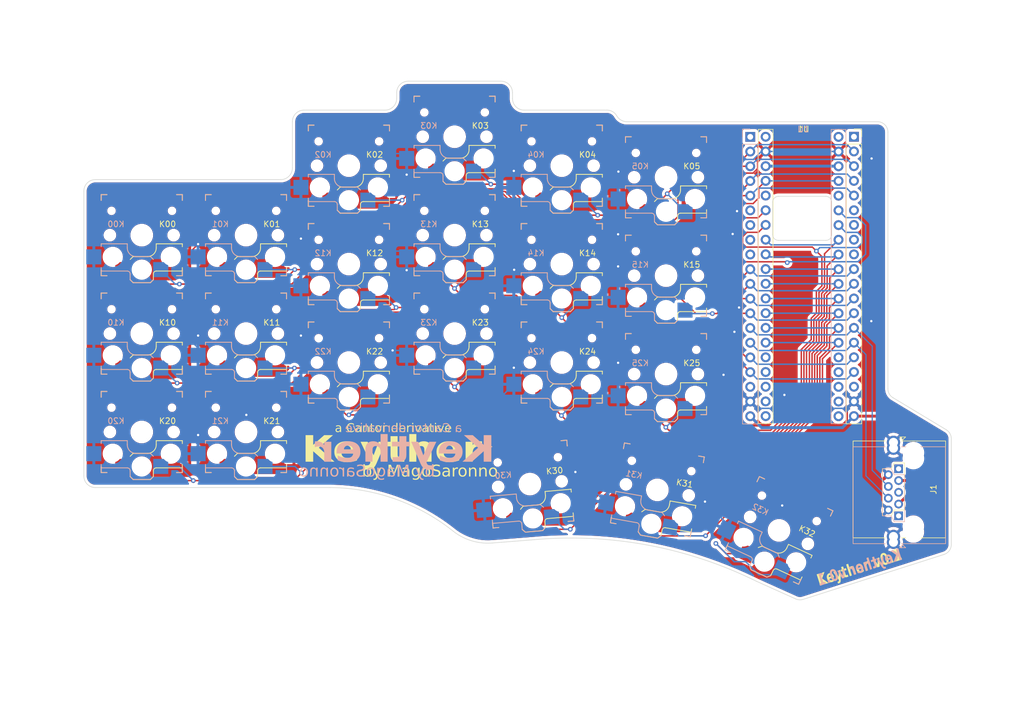
<source format=kicad_pcb>
(kicad_pcb (version 20241229) (generator "pcbnew") (generator_version "9.0")
  (title_block (rev "rev1.0"))
  (layers (0 "F.Cu" signal) (2 "B.Cu" signal) (13 "F.Paste" user) (15 "B.Paste" user) (5 "F.SilkS" user "F.Silkscreen") (7 "B.SilkS" user "B.Silkscreen") (1 "F.Mask" user) (3 "B.Mask" user) (25 "Edge.Cuts" user))
  (net 0 "")
  (net 1 "+3V3")
  (net 2 "GND")
  (net 3 "/TX")
  (net 4 "/RX")
  (net 5 "/k00")
  (net 6 "/k01")
  (net 7 "/k02")
  (net 8 "/k03")
  (net 9 "/k04")
  (net 10 "/k05")
  (net 11 "/k10")
  (net 12 "/k11")
  (net 13 "/k12")
  (net 14 "/k13")
  (net 15 "/k14")
  (net 16 "/k15")
  (net 17 "/k20")
  (net 18 "/k21")
  (net 19 "/k22")
  (net 20 "/k23")
  (net 21 "/k24")
  (net 22 "/k25")
  (net 23 "/k30")
  (net 24 "/k31")
  (net 25 "/k32")
  (footprint "keyswitches:Kailh_socket_PG1350_reversible" (layer "F.Cu") (at 164.5 94)
    (property "Reference" "K25")
    (property "Value" "KEYSW")
  )
  (footprint "keyswitches:Kailh_socket_PG1350_reversible" (layer "F.Cu") (at 146.5 92)
    (property "Reference" "K24")
    (property "Value" "KEYSW")
  )
  (footprint "keyswitches:Kailh_socket_PG1350_reversible" (layer "F.Cu") (at 92 104)
    (property "Reference" "K21")
    (property "Value" "KEYSW")
  )
  (footprint "keyswitches:Kailh_socket_PG1350_reversible" (layer "F.Cu") (at 109.75 58)
    (property "Reference" "K02")
    (property "Value" "KEYSW")
  )
  (footprint "keyswitches:Kailh_socket_PG1350_reversible" (layer "F.Cu") (at 74 87)
    (property "Reference" "K10")
    (property "Value" "KEYSW")
  )
  (footprint "keyswitches:Kailh_socket_PG1350_reversible" (layer "F.Cu") (at 146.5 58)
    (property "Reference" "K04")
    (property "Value" "KEYSW")
  )
  (footprint "keyswitches:Kailh_socket_PG1350_reversible" (layer "F.Cu") (at 109.75 75)
    (property "Reference" "K12")
    (property "Value" "KEYSW")
  )
  (footprint "keyswitches:Kailh_socket_PG1350_reversible" (layer "F.Cu") (at 141 113 5)
    (property "Reference" "K30")
    (property "Value" "KEYSW")
  )
  (footprint "keyswitches:Kailh_socket_PG1350_reversible" (layer "F.Cu") (at 92 70)
    (property "Reference" "K01")
    (property "Value" "KEYSW")
  )
  (footprint "keyswitches:Kailh_socket_PG1350_reversible" (layer "F.Cu") (at 146.5 75)
    (property "Reference" "K14")
    (property "Value" "KEYSW")
  )
  (footprint "keyswitches:Kailh_socket_PG1350_reversible" (layer "F.Cu") (at 128 87)
    (property "Reference" "K23")
    (property "Value" "KEYSW")
  )
  (footprint "keyswitches:Kailh_socket_PG1350_reversible" (layer "F.Cu") (at 128 53)
    (property "Reference" "K03")
    (property "Value" "KEYSW")
  )
  (footprint "keyswitches:Kailh_socket_PG1350_reversible" (layer "F.Cu") (at 109.75 92)
    (property "Reference" "K22")
    (property "Value" "KEYSW")
  )
  (footprint "Connector_RJ:RJ45_Amphenol_RJHSE5380" (layer "F.Cu") (at 204.6478 110.359001 -90)
    (property "Reference" "J1")
    (property "Value" "RJ45")
  )
  (footprint "keyswitches:Kailh_socket_PG1350_reversible" (layer "F.Cu") (at 164.5 77)
    (property "Reference" "K15")
    (property "Value" "KEYSW")
  )
  (footprint "keyswitches:Kailh_socket_PG1350_reversible" (layer "F.Cu") (at 184 121 -25)
    (property "Reference" "K32")
    (property "Value" "KEYSW")
  )
  (footprint "keyswitches:Kailh_socket_PG1350_reversible" (layer "F.Cu") (at 92 87)
    (property "Reference" "K11")
    (property "Value" "KEYSW")
  )
  (footprint "Footprints:YAAJ_WeAct_BlackPill_2" (layer "F.Cu") (at 179.155 53)
    (property "Reference" "U1")
    (property "Value" "YAAJ_WeAct_BlackPill_Part_Like" (hide yes))
  )
  (footprint "keyswitches:Kailh_socket_PG1350_reversible" (layer "F.Cu") (at 164.5 60)
    (property "Reference" "K05")
    (property "Value" "KEYSW")
  )
  (footprint "keyswitches:Kailh_socket_PG1350_reversible" (layer "F.Cu") (at 74 104)
    (property "Reference" "K20")
    (property "Value" "KEYSW")
  )
  (footprint "keyswitches:Kailh_socket_PG1350_reversible" (layer "F.Cu") (at 128 70)
    (property "Reference" "K13")
    (property "Value" "KEYSW")
  )
  (footprint "keyswitches:Kailh_socket_PG1350_reversible" (layer "F.Cu") (at 74 70)
    (property "Reference" "K00")
    (property "Value" "KEYSW")
  )
  (footprint "keyswitches:Kailh_socket_PG1350_reversible" (layer "F.Cu") (at 163 114 -10)
    (property "Reference" "K31")
    (property "Value" "KEYSW")
  )
  (gr_line (start 182.9 69.9) (end 182.9 64.3) (stroke (width 0.1)) (layer "Edge.Cuts"))
  (gr_arc (start 201 50.4) (mid 202.272792 50.927208) (end 202.8 52.2) (stroke (width 0.1)) (layer "Edge.Cuts"))
  (gr_arc (start 188.171181 132.911255) (mid 187.521093 132.993905) (end 186.884499 132.838364) (stroke (width 0.1)) (layer "Edge.Cuts"))
  (gr_arc (start 100 50.4) (mid 100.585786 48.985786) (end 102 48.4) (stroke (width 0.1)) (layer "Edge.Cuts"))
  (gr_arc (start 213.741 123.434982) (mid 213.394454 124.496839) (end 212.488245 125.149848) (stroke (width 0.1)) (layer "Edge.Cuts"))
  (gr_line (start 66 113.6) (end 106.5 113.6) (stroke (width 0.1)) (layer "Edge.Cuts"))
  (gr_line (start 188.171181 132.911255) (end 212.488245 125.149848) (stroke (width 0.1)) (layer "Edge.Cuts"))
  (gr_arc (start 134.5 123.175) (mid 130.930967 122.788889) (end 127.75 121.125) (stroke (width 0.1)) (layer "Edge.Cuts"))
  (gr_arc (start 118 45.4) (mid 118.585786 43.985786) (end 120 43.4) (stroke (width 0.1)) (layer "Edge.Cuts"))
  (gr_curve (pts (xy 214.6 124.2) (xy 214.6 124.2) (xy 214.6 124.2) (xy 214.6 124.2)) (stroke (width 0.05)) (layer "Edge.Cuts"))
  (gr_line (start 192.1 70.9) (end 183.9 70.9) (stroke (width 0.1)) (layer "Edge.Cuts"))
  (gr_line (start 201 50.4) (end 157.750002 50.399998) (stroke (width 0.1)) (layer "Edge.Cuts"))
  (gr_arc (start 182.9 64.3) (mid 183.192893 63.592893) (end 183.9 63.3) (stroke (width 0.1)) (layer "Edge.Cuts"))
  (gr_line (start 118 45.4) (end 118 46.4) (stroke (width 0.1)) (layer "Edge.Cuts"))
  (gr_line (start 212.869572 103.6152) (end 203.672393 98.076386) (stroke (width 0.1)) (layer "Edge.Cuts"))
  (gr_line (start 138 46.4) (end 138 45.4) (stroke (width 0.1)) (layer "Edge.Cuts"))
  (gr_arc (start 193.1 69.9) (mid 192.807107 70.607107) (end 192.1 70.9) (stroke (width 0.1)) (layer "Edge.Cuts"))
  (gr_line (start 213.741 123.434982) (end 213.741 105.157252) (stroke (width 0.1)) (layer "Edge.Cuts"))
  (gr_line (start 193.092893 64.3) (end 193.1 69.9) (stroke (width 0.1)) (layer "Edge.Cuts"))
  (gr_line (start 100 50.4) (end 100 58.4) (stroke (width 0.1)) (layer "Edge.Cuts"))
  (gr_arc (start 212.869572 103.6152) (mid 213.50809 104.271626) (end 213.741 105.157252) (stroke (width 0.1)) (layer "Edge.Cuts"))
  (gr_line (start 98 60.4) (end 66 60.4) (stroke (width 0.1)) (layer "Edge.Cuts"))
  (gr_arc (start 136 43.4) (mid 137.414214 43.985786) (end 138 45.4) (stroke (width 0.1)) (layer "Edge.Cuts"))
  (gr_arc (start 118 46.4) (mid 117.414214 47.814214) (end 116 48.4) (stroke (width 0.1)) (layer "Edge.Cuts"))
  (gr_arc (start 66 113.6) (mid 64.585786 113.014214) (end 64 111.6) (stroke (width 0.1)) (layer "Edge.Cuts"))
  (gr_line (start 141.8 122.600001) (end 134.5 123.175) (stroke (width 0.1)) (layer "Edge.Cuts"))
  (gr_line (start 180.129399 129.8) (end 186.884499 132.838364) (stroke (width 0.1)) (layer "Edge.Cuts"))
  (gr_arc (start 140 48.4) (mid 138.585786 47.814214) (end 138 46.4) (stroke (width 0.1)) (layer "Edge.Cuts"))
  (gr_arc (start 157.750002 50.399998) (mid 156.742216 50.132373) (end 156 49.4) (stroke (width 0.1)) (layer "Edge.Cuts"))
  (gr_line (start 64 62.4) (end 64 111.6) (stroke (width 0.1)) (layer "Edge.Cuts"))
  (gr_curve (pts (xy 190 133) (xy 190 133) (xy 190 133) (xy 190 133)) (stroke (width 0.05)) (layer "Edge.Cuts"))
  (gr_arc (start 192.092893 63.3) (mid 192.8 63.592893) (end 193.092893 64.3) (stroke (width 0.1)) (layer "Edge.Cuts"))
  (gr_arc (start 183.9 70.9) (mid 183.192893 70.607107) (end 182.9 69.9) (stroke (width 0.1)) (layer "Edge.Cuts"))
  (gr_arc (start 203.672393 98.076386) (mid 203.033222 97.419862) (end 202.8 96.533753) (stroke (width 0.1)) (layer "Edge.Cuts"))
  (gr_line (start 136 43.4) (end 120 43.4) (stroke (width 0.1)) (layer "Edge.Cuts"))
  (gr_arc (start 64 62.4) (mid 64.585786 60.985786) (end 66 60.4) (stroke (width 0.1)) (layer "Edge.Cuts"))
  (gr_arc (start 106.5 113.600001) (mid 117.756229 115.57996) (end 127.75 121.125) (stroke (width 0.1)) (layer "Edge.Cuts"))
  (gr_line (start 183.9 63.3) (end 192.092893 63.3) (stroke (width 0.1)) (layer "Edge.Cuts"))
  (gr_line (start 116 48.4) (end 102 48.4) (stroke (width 0.1)) (layer "Edge.Cuts"))
  (gr_arc (start 154.3 48.4) (mid 155.286154 48.668538) (end 156 49.4) (stroke (width 0.1)) (layer "Edge.Cuts"))
  (gr_line (start 202.8 96.533753) (end 202.8 52.2) (stroke (width 0.1)) (layer "Edge.Cuts"))
  (gr_arc (start 100 58.4) (mid 99.414214 59.814214) (end 98 60.4) (stroke (width 0.1)) (layer "Edge.Cuts"))
  (gr_line (start 154.3 48.4) (end 140 48.4) (stroke (width 0.1)) (layer "Edge.Cuts"))
  (gr_arc (start 141.8 122.600001) (mid 161.459797 123.564333) (end 180.129399 129.8) (stroke (width 0.1)) (layer "Edge.Cuts"))
  (gr_text "Keyther v0.1" (at 197.9 127.5 17.7) (layer "F.SilkS") (effects (font (size 2 1.5) (thickness 0.3) (bold yes))))
  (gr_text "by MagoSaronno" (at 112 112.03 0) (layer "F.SilkS") (effects (font (size 2 2) (thickness 0.15) (italic yes)) (justify left bottom)))
  (gr_text "Keyther" (at 117.2 109.9 0) (layer "F.SilkS") (effects (font (size 4.5 5) (thickness 0.3) (bold yes) (italic yes)) (justify bottom)))
  (gr_text "U1" (at 188.214 51.689 -0) (layer "F.SilkS") (effects (font (size 1 1)) (justify mirror)))
  (gr_text "a Cantor derivative" (at 107.32 104.27 0) (layer "F.SilkS") (effects (font (size 1.5 1.5) (thickness 0.15) (italic yes)) (justify left bottom)))
  (gr_text "Keyther v0.1" (at 197.9 127.5 17.7) (layer "B.SilkS") (effects (font (size 2 1.5) (thickness 0.3) (bold yes)) (justify mirror)))
  (gr_text "a Cantor derivative" (at 129.3 104.27 -0) (layer "B.SilkS") (effects (font (size 1.5 1.5) (thickness 0.15) (italic yes)) (justify left bottom mirror)))
  (gr_text "Keyther" (at 119.42 109.9 -0) (layer "B.SilkS") (effects (font (size 4.5 5) (thickness 0.3) (bold yes) (italic yes)) (justify bottom mirror)))
  (gr_text "by MagoSaronno" (at 124.62 112.03 -0) (layer "B.SilkS") (effects (font (size 2 2) (thickness 0.15) (italic yes)) (justify left bottom mirror)))
  (segment (start 208.711801 112.391) (end 204.647801 112.391) (width 0.5) (layer "F.Cu") (net 1))
  (segment (start 196.935 101.26) (end 204.5 101.26) (width 0.5) (layer "F.Cu") (net 1))
  (segment (start 209.6 111.502801) (end 209.3138 111.789001) (width 0.5) (layer "F.Cu") (net 1))
  (segment (start 204.5 101.26) (end 209.6 106.36) (width 0.5) (layer "F.Cu") (net 1))
  (segment (start 209.6 106.36) (end 209.6 111.502801) (width 0.5) (layer "F.Cu") (net 1))
  (segment (start 209.3138 111.789001) (end 204.647801 116.455) (width 0.5) (layer "F.Cu") (net 1))
  (segment (start 209.3138 111.789001) (end 208.711801 112.391) (width 0.5) (layer "F.Cu") (net 1))
  (segment (start 179.035 101.28) (end 181.005 103.25) (width 0.5) (layer "B.Cu") (net 1))
  (segment (start 181.005 103.25) (end 194.945 103.25) (width 0.5) (layer "B.Cu") (net 1))
  (segment (start 196.935 101.26) (end 194.945 103.25) (width 0.5) (layer "B.Cu") (net 1))
  (segment (start 181.695 58.08) (end 194.255 58.08) (width 0.5) (layer "B.Cu") (net 1))
  (segment (start 194.255 58.08) (end 194.275 58.1) (width 0.25) (layer "B.Cu") (net 1))
  (segment (start 172.775 77.475) (end 166.45 71.15) (width 0.25) (layer "F.Cu") (net 2))
  (segment (start 195.759 99.896) (end 196.935 98.72) (width 0.25) (layer "F.Cu") (net 2))
  (segment (start 154.775 95.75) (end 154.775 93.5) (width 0.25) (layer "F.Cu") (net 2))
  (segment (start 82.275 90.75) (end 82.275 88.8) (width 0.25) (layer "F.Cu") (net 2))
  (segment (start 136.275 90.75) (end 136.275 90.95) (width 0.25) (layer "F.Cu") (net 2))
  (segment (start 202.525 111.375) (end 202.8678 111.375) (width 0.2) (layer "F.Cu") (net 2))
  (segment (start 136.275 56.95) (end 138.225 58.9) (width 0.25) (layer "F.Cu") (net 2))
  (segment (start 172.775 80.75) (end 172.775 77.475) (width 0.25) (layer "F.Cu") (net 2))
  (segment (start 190.65 127.160698) (end 189.914878 127.89582) (width 0.25) (layer "F.Cu") (net 2))
  (segment (start 136.275 73.75) (end 136.275 73.975) (width 0.25) (layer "F.Cu") (net 2))
  (segment (start 100.275 90.75) (end 100.275 88.55) (width 0.25) (layer "F.Cu") (net 2))
  (segment (start 201.73 112.17) (end 202.525 111.375) (width 0.2) (layer "F.Cu") (net 2))
  (segment (start 177.249 59.276) (end 179.522116 59.276) (width 0.25) (layer "F.Cu") (net 2))
  (segment (start 100.275 88.55) (end 101.475 87.35) (width 0.25) (layer "F.Cu") (net 2))
  (segment (start 203.7578 106.797) (end 201.73 108.8248) (width 0.2) (layer "F.Cu") (net 2))
  (segment (start 82.275 73.75) (end 82.275 73) (width 0.25) (layer "F.Cu") (net 2))
  (segment (start 189.497 116.7) (end 195.769498 110.427501) (width 0.25) (layer "F.Cu") (net 2))
  (segment (start 172.775 63.75) (end 177.249 59.276) (width 0.25) (layer "F.Cu") (net 2))
  (segment (start 203.7578 105.789001) (end 203.7578 106.797) (width 0.2) (layer "F.Cu") (net 2))
  (segment (start 92.05 101.05) (end 96.75 101.05) (width 0.25) (layer "F.Cu") (net 2))
  (segment (start 157.525 71.15) (end 156.225 69.85) (width 0.25) (layer "F.Cu") (net 2))
  (segment (start 195.784 104.346001) (end 195.784 99.871) (width 0.2) (layer "F.Cu") (net 2))
  (segment (start 201.73 108.8248) (end 201.73 110.2372) (width 0.2) (layer "F.Cu") (net 2))
  (segment (start 172.775 97.75) (end 172.775 95.775) (width 0.25) (layer "F.Cu") (net 2))
  (segment (start 201.73 110.2372) (end 202.8678 111.375) (width 0.2) (layer "F.Cu") (net 2))
  (segment (start 96.75 101.05) (end 100.275 104.575) (width 0.25) (layer "F.Cu") (net 2))
  (segment (start 136.275 56.75) (end 136.275 56.95) (width 0.25) (layer "F.Cu") (net 2))
  (segment (start 136.275 90.95) (end 138.225 92.9) (width 0.25) (layer "F.Cu") (net 2))
  (segment (start 190.65 122.8) (end 190.65 127.160698) (width 0.25) (layer "F.Cu") (net 2))
  (segment (start 100.275 73.75) (end 100.275 71.8) (width 0.25) (layer "F.Cu") (net 2))
  (segment (start 202.812999 111.375) (end 195.784 104.346001) (width 0.2) (layer "F.Cu") (net 2))
  (segment (start 118.025 77.75) (end 119.725 76.05) (width 0.25) (layer "F.Cu") (net 2))
  (segment (start 154.775 61.75) (end 154.775 60.525) (width 0.25) (layer "F.Cu") (net 2))
  (segment (start 166.45 71.15) (end 157.525 71.15) (width 0.25) (layer "F.Cu") (net 2))
  (segment (start 202.8678 111.375) (end 202.812999 111.375) (width 0.2) (layer "F.Cu") (net 2))
  (segment (start 180.3 56.935) (end 181.695 55.54) (width 0.25) (layer "F.Cu") (net 2))
  (segment (start 202.631 117.471) (end 201.73 116.57) (width 0.2) (layer "F.Cu") (net 2))
  (segment (start 136.275 73.975) (end 138.28245 75.98245) (width 0.25) (layer "F.Cu") (net 2))
  (segment (start 202.8678 117.471) (end 202.631 117.471) (width 0.2) (layer "F.Cu") (net 2))
  (segment (start 170.498103 119.129968) (end 170.498103 116.751897) (width 0.25) (layer "F.Cu") (net 2))
  (segment (start 82.275 88.8) (end 83.725 87.35) (width 0.25) (layer "F.Cu") (net 2))
  (segment (start 100.275 71.8) (end 101.475 70.6) (width 0.25) (layer "F.Cu") (net 2))
  (segment (start 118.025 95.75) (end 118.025 90.6345) (width 0.25) (layer "F.Cu") (net 2))
  (segment (start 203.757801 123.057) (end 203.757801 122.049001) (width 0.2) (layer "F.Cu") (net 2))
  (segment (start 118.025 90.6345) (end 117.3 89.9095) (width 0.25) (layer "F.Cu") (net 2))
  (segment (start 170.498103 116.751897) (end 171.223238 116.026762) (width 0.25) (layer "F.Cu") (net 2))
  (segment (start 201.74 120.0312) (end 201.74 118.5988) (width 0.2) (layer "F.Cu") (net 2))
  (segment (start 154.775 76.85) (end 156.225 75.4) (width 0.25) (layer "F.Cu") (net 2))
  (segment (start 180.3 58.498116) (end 180.3 56.935) (width 0.25) (layer "F.Cu") (net 2))
  (segment (start 149.570345 111.629845) (end 148.85 110.9095) (width 0.25) (layer "F.Cu") (net 2))
  (segment (start 201.74 118.5988) (end 202.8678 117.471) (width 0.2) (layer "F.Cu") (net 2))
  (segment (start 184.55 116.7) (end 189.497 116.7) (width 0.25) (layer "F.Cu") (net 2))
  (segment (start 154.775 78.75) (end 154.775 76.85) (width 0.25) (layer "F.Cu") (net 2))
  (segment (start 195.784 99.871) (end 196.935 98.72) (width 0.2) (layer "F.Cu") (net 2))
  (segment (start 83.725 104.525) (end 83.725 106.3) (width 0.25) (layer "F.Cu") (net 2))
  (segment (start 172.775 95.775) (end 174.4225 94.1275) (width 0.25) (layer "F.Cu") (net 2))
  (segment (start 118.025 61.25) (end 119.725 59.55) (width 0.25) (layer "F.Cu") (net 2))
  (segment (start 184.55 116.7) (end 190.65 122.8) (width 0.25) (layer "F.Cu") (net 2))
  (segment (start 118.025 78.75) (end 118.025 77.75) (width 0.25) (layer "F.Cu") (net 2))
  (segment (start 118.025 61.75) (end 118.025 61.25) (width 0.25) (layer "F.Cu") (net 2))
  (segment (start 154.775 93.5) (end 156.225 92.05) (width 0.25) (layer "F.Cu") (net 2))
  (segment (start 82.275 73) (end 83.725 71.55) (width 0.25) (layer "F.Cu") (net 2))
  (segment (start 149.570345 116.014516) (end 149.570345 111.629845) (width 0.25) (layer "F.Cu") (net 2))
  (segment (start 100.275 104.575) (end 100.275 107.75) (width 0.25) (layer "F.Cu") (net 2))
  (segment (start 195.759 110.417001) (end 195.759 99.896) (width 0.25) (layer "F.Cu") (net 2))
  (segment (start 83.725 106.3) (end 82.275 107.75) (width 0.25) (layer "F.Cu") (net 2))
  (segment (start 154.775 60.525) (end 156.275 59.025) (width 0.25) (layer "F.Cu") (net 2))
  (segment (start 201.73 116.57) (end 201.73 112.17) (width 0.2) (layer "F.Cu") (net 2))
  (segment (start 203.757801 122.049001) (end 201.74 120.0312) (width 0.2) (layer "F.Cu") (net 2))
  (segment (start 179.522116 59.276) (end 180.3 58.498116) (width 0.25) (layer "F.Cu") (net 2))
  (via (at 174.4225 94.1275) (size 0.8) (drill 0.4) (layers "F.Cu" "B.Cu") (net 2))
  (via (at 138.28245 75.98245) (size 0.8) (drill 0.4) (layers "F.Cu" "B.Cu") (net 2))
  (via (at 138.225 92.9) (size 0.8) (drill 0.4) (layers "F.Cu" "B.Cu") (net 2))
  (via (at 138.225 58.9) (size 0.8) (drill 0.4) (layers "F.Cu" "B.Cu") (net 2))
  (via (at 83.725 87.35) (size 0.8) (drill 0.4) (layers "F.Cu" "B.Cu") (net 2))
  (via (at 176.75 65.85) (size 0.8) (drill 0.4) (layers "F.Cu" "B.Cu") (net 2))
  (via (at 119.725 59.55) (size 0.8) (drill 0.4) (layers "F.Cu" "B.Cu") (net 2))
  (via (at 176.3 86.7) (size 0.8) (drill 0.4) (layers "F.Cu" "B.Cu") (net 2))
  (via (at 101.475 87.35) (size 0.8) (drill 0.4) (layers "F.Cu" "B.Cu") (net 2))
  (via (at 156.225 69.85) (size 0.8) (drill 0.4) (layers "F.Cu" "B.Cu") (net 2))
  (via (at 199.98 56.76) (size 0.8) (drill 0.4) (layers "F.Cu" "B.Cu") (net 2))
  (via (at 184.55 116.7) (size 0.8) (drill 0.4) (layers "F.Cu" "B.Cu") (net 2))
  (via (at 171.223238 116.026762) (size 0.8) (drill 0.4) (layers "F.Cu" "B.Cu") (net 2))
  (via (at 92.05 101.05) (size 0.8) (drill 0.4) (layers "F.Cu" "B.Cu") (net 2))
  (via (at 83.725 71.55) (size 0.8) (drill 0.4) (layers "F.Cu" "B.Cu") (net 2))
  (via (at 117.3 89.9095) (size 0.8) (drill 0.4) (layers "F.Cu" "B.Cu") (net 2))
  (via (at 176 69.8) (size 0.8) (drill 0.4) (layers "F.Cu" "B.Cu") (net 2))
  (via (at 177.1 82.5) (size 0.8) (drill 0.4) (layers "F.Cu" "B.Cu") (net 2))
  (via (at 184.93 97.6) (size 0.8) (drill 0.4) (layers "F.Cu" "B.Cu") (net 2))
  (via (at 83.725 104.525) (size 0.8) (drill 0.4) (layers "F.Cu" "B.Cu") (net 2))
  (via (at 119.725 76.05) (size 0.8) (drill 0.4) (layers "F.Cu" "B.Cu") (net 2))
  (via (at 156.225 92.05) (size 0.8) (drill 0.4) (layers "F.Cu" "B.Cu") (net 2))
  (via (at 199.93 84.85) (size 0.8) (drill 0.4) (layers "F.Cu" "B.Cu") (net 2))
  (via (at 148.85 110.9095) (size 0.8) (drill 0.4) (layers "F.Cu" "B.Cu") (net 2))
  (via (at 101.475 70.6) (size 0.8) (drill 0.4) (layers "F.Cu" "B.Cu") (net 2))
  (via (at 156.275 59.025) (size 0.8) (drill 0.4) (layers "F.Cu" "B.Cu") (net 2))
  (via (at 156.225 75.4) (size 0.8) (drill 0.4) (layers "F.Cu" "B.Cu") (net 2))
  (segment (start 138.225 72.989901) (end 133.144599 67.9095) (width 0.25) (layer "B.Cu") (net 2))
  (segment (start 83.725 104.525) (end 83.725 107.75) (width 0.25) (layer "B.Cu") (net 2))
  (segment (start 101.475 59.039901) (end 104.605401 55.9095) (width 0.25) (layer "B.Cu") (net 2))
  (segment (start 138.225 61.75) (end 138.225 78.75) (width 0.25) (layer "B.Cu") (net 2))
  (segment (start 119.725 99.775) (end 114.95 104.55) (width 0.25) (layer "B.Cu") (net 2))
  (segment (start 156.225 77.489901) (end 151.644599 72.9095) (width 0.25) (layer "B.Cu") (net 2))
  (segment (start 194.255 55.54) (end 194.275 55.56) (width 0.25) (layer "B.Cu") (net 2))
  (segment (start 119.725 76.05) (end 119.725 90.75) (width 0.25) (layer "B.Cu") (net 2))
  (segment (start 158.376 56.924) (end 179.57319 56.924) (width 0.25) (layer "B.Cu") (net 2))
  (segment (start 101.475 61.75) (end 101.475 70.6) (width 0.25) (layer "B.Cu") (net 2))
  (segment (start 138.225 55.989901) (end 138.225 58.9) (width 0.25) (layer "B.Cu") (net 2))
  (segment (start 83.725 106.2) (end 83.725 107.75) (width 0.25) (layer "B.Cu") (net 2))
  (segment (start 83.725 70.675) (end 92.65 61.75) (width 0.25) (layer "B.Cu") (net 2))
  (segment (start 138.225 89.989901) (end 138.225 95.75) (width 0.25) (layer "B.Cu") (net 2))
  (segment (start 192.664511 99.914511) (end 195.740489 99.914511) (width 0.25) (layer "B.Cu") (net 2))
  (segment (start 92.65 61.75) (end 101.475 61.75) (width 0.25) (layer "B.Cu") (net 2))
  (segment (start 195.740489 99.914511) (end 196.935 98.72) (width 0.25) (layer "B.Cu") (net 2))
  (segment (start 156.225 97.75) (end 156.225 92.05) (width 0.25) (layer "B.Cu") (net 2))
  (segment (start 167.014512 110.760488) (end 167.014512 111.818035) (width 0.25) (layer "B.Cu") (net 2))
  (segment (start 141.355401 55.9095) (end 153.1595 55.9095) (width 0.25) (layer "B.Cu") (net 2))
  (segment (start 101.475 76.039901) (end 101.475 78.75) (width 0.25) (layer "B.Cu") (net 2))
  (segment (start 156.275 59.025) (end 158.376 56.924) (width 0.25) (layer "B.Cu") (net 2))
  (segment (start 132.39525 104.55475) (end 138.75 110.9095) (width 0.25) (layer "B.Cu") (net 2))
  (segment (start 132.39525 101.57975) (end 132.39525 104.55475) (width 0.25) (layer "B.Cu") (net 2))
  (segment (start 83.725 89.489901) (end 83.725 90.75) (width 0.25) (layer "B.Cu") (net 2))
  (segment (start 83.725 87.575) (end 92.55 78.75) (width 0.25) (layer "B.Cu") (net 2))
  (segment (start 133.083323 114.181864) (end 133.083323 117.456944) (width 0.25) (layer "B.Cu") (net 2))
  (segment (start 83.725 71.625) (end 79.65 67.55) (width 0.25) (layer "B.Cu") (net 2))
  (segment (start 156.225 94.489901) (end 156.225 97.75) (width 0.25) (layer "B.Cu") (net 2))
  (segment (start 104.764901 72.75) (end 101.475 76.039901) (width 0.25) (layer "B.Cu") (net 2))
  (segment (start 174.4225 94.1275) (end 179.035 98.74) (width 0.25) (layer "B.Cu") (net 2))
  (segment (start 156.225 75.4) (end 156.225 69.85) (width 0.25) (layer "B.Cu") (net 2))
  (segment (start 156.225 95.039901) (end 159.355401 91.9095) (width 0.25) (layer "B.Cu") (net 2))
  (segment (start 119.725 90.75) (end 119.725 99.775) (width 0.25) (layer "B.Cu") (net 2))
  (segment (start 159.355401 91.9095) (end 172.2045 91.9095) (width 0.25) (layer "B.Cu") (net 2))
  (segment (start 83.725 87.35) (end 83.725 90.75) (width 0.25) (layer "B.Cu") (net 2))
  (segment (start 138.225 58.9) (end 138.225 61.75) (width 0.25) (layer "B.Cu") (net 2))
  (segment (start 180.209511 99.914511) (end 192.664511 99.914511) (width 0.25) (layer "B.Cu") (net 2))
  (segment (start 96.75 101.05) (end 100.25 104.55) (width 0.25) (layer "B.Cu") (net 2))
  (segment (start 83.725 90.75) (end 83.725 87.575) (width 0.25) (layer "B.Cu") (net 2))
  (segment (start 65.725 70.375) (end 65.725 73.75) (width 0.25) (layer "B.Cu") (net 2))
  (segment (start 65.725 88.039901) (end 68.855401 84.9095) (width 0.25) (layer "B.Cu") (net 2))
  (segment (start 119.725 56.75) (end 119.725 59.55) (width 0.25) (layer "B.Cu") (net 2))
  (segment (start 65.725 90.75) (end 65.725 107.75) (width 0.25) (layer "B.Cu") (net 2))
  (segment (start 119.725 87.625) (end 122.4405 84.9095) (width 0.25) (layer "B.Cu") (net 2))
  (segment (start 138.225 95.75) (end 138.225 92.9) (width 0.25) (layer "B.Cu") (net 2))
  (segment (start 117.3 89.9095) (end 118.8845 89.9095) (width 0.25) (layer "B.Cu") (net 2))
  (segment (start 138.225 78.75) (end 138.225 72.989901) (width 0.25) (layer "B.Cu") (net 2))
  (segment (start 92.05 101.05) (end 92.05 96.714901) (width 0.25) (layer "B.Cu") (net 2))
  (segment (start 83.725 90.75) (end 83.725 104.525) (width 0.25) (layer "B.Cu") (net 2))
  (segment (start 118.725 72.75) (end 104.764901 72.75) (width 0.25) (layer "B.Cu") (net 2))
  (segment (start 101.475 87.35) (end 101.475 95.75) (width 0.25) (layer "B.Cu") (net 2))
  (segment (start 101.475 78.75) (end 101.475 87.35) (width 0.25) (layer "B.Cu") (net 2))
  (segment (start 167.014512 111.818035) (end 171.223238 116.026762) (width 0.25) (layer "B.Cu") (net 2))
  (segment (start 79.144599 84.9095) (end 83.725 89.489901) (width 0.25) (layer "B.Cu") (net 2))
  (segment (start 119.725 71.039901) (end 119.725 73.75) (width 0.25) (layer "B.Cu") (net 2))
  (segment (start 179.035 98.74) (end 167.014512 110.760488) (width 0.25) (layer "B.Cu") (net 2))
  (segment (start 154.199535 114.693858) (end 157.075358 111.818035) (width 0.25) (layer "B.Cu") (net 2))
  (segment (start 151.644599 89.9095) (end 156.225 94.489901) (width 0.25) (layer "B.Cu") (net 2))
  (segment (start 137.57025 109.72975) (end 137.535437 109.72975) (width 0.25) (layer "B.Cu") (net 2))
  (segment (start 118.8845 89.9095) (end 119.725 90.75) (width 0.25) (layer "B.Cu") (net 2))
  (segment (start 141.355401 72.9095) (end 138.28245 75.98245) (width 0.25) (layer "B.Cu") (net 2))
  (segment (start 138.225 95.75) (end 138.225 93.039901) (width 0.25) (layer "B.Cu") (net 2))
  (segment (start 156.225 80.75) (end 156.225 75.4) (width 0.25) (layer "B.Cu") (net 2))
  (segment (start 174.915485 119.883821) (end 174.915485 120.901488) (width 0.25) (layer "B.Cu") (net 2))
  (segment (start 133.144599 84.9095) (end 138.225 89.989901) (width 0.25) (layer "B.Cu") (net 2))
  (segment (start 172.2045 91.9095) (end 174.4225 94.1275) (width 0.25) (layer "B.Cu") (net 2))
  (segment (start 68.855401 84.9095) (end 79.144599 84.9095) (width 0.25) (layer "B.Cu") (net 2))
  (segment (start 181.695 55.54) (end 194.255 55.54) (width 0.25) (layer "B.Cu") (net 2))
  (segment (start 171.223238 116.026762) (end 174.915485 119.719008) (width 0.25) (layer "B.Cu") (net 2))
  (segment (start 119.725 59.55) (end 119.725 73.75) (width 0.25) (layer "B.Cu") (net 2))
  (segment (start 92.05 101.05) (end 87.2 101.05) (width 0.25) (layer "B.Cu") (net 2))
  (segment (start 133.144599 50.9095) (end 138.225 55.989901) (width 0.25) (layer "B.Cu") (net 2))
  (segment (start 79.4345 101.9095) (end 83.725 106.2) (width 0.25) (layer "B.Cu") (net 2))
  (segment (start 133.144599 67.9095) (end 122.855401 67.9095) (width 0.25) (layer "B.Cu") (net 2))
  (segment (start 92.55 78.75) (end 101.475 78.75) (width 0.25) (layer "B.Cu") (net 2))
  (segment (start 178.099306 116.7) (end 174.915485 119.883821) (width 0.25) (layer "B.Cu") (net 2))
  (segment (start 138.225 59.039901) (end 141.355401 55.9095) (width 0.25) (layer "B.Cu") (net 2))
  (segment (start 83.725 73.75) (end 83.725 71.55) (width 0.25) (layer "B.Cu") (net 2))
  (segment (start 138.75 110.9095) (end 137.57025 109.72975) (width 0.25) (layer "B.Cu") (net 2))
  (segment (start 138.225 76.039901) (end 138.225 78.75) (width 0.25) (layer "B.Cu") (net 2))
  (segment (start 68.855401 101.9095) (end 79.4345 101.9095) (width 0.25) (layer "B.Cu") (net 2))
  (segment (start 156.225 58.975) (end 156.225 63.75) (width 0.25) (layer "B.Cu") (net 2))
  (segment (start 148.852945 110.9095) (end 148.85 110.9095) (width 0.25) (layer "B.Cu") (net 2))
  (segment (start 83.725 73.75) (end 83.725 71.625) (width 0.25) (layer "B.Cu") (net 2))
  (segment (start 65.725 90.75) (end 65.725 88.039901) (width 0.25) (layer "B.Cu") (net 2))
  (segment (start 87.2 101.05) (end 83.725 104.525) (width 0.25) (layer "B.Cu") (net 2))
  (segment (start 93.014901 95.75) (end 101.475 95.75) (width 0.25) (layer "B.Cu") (net 2))
  (segment (start 180.95719 55.54) (end 181.695 55.54) (width 0.25) (layer "B.Cu") (net 2))
  (segment (start 157.075358 111.818035) (end 167.014512 111.818035) (width 0.25) (layer "B.Cu") (net 2))
  (segment (start 156.225 97.75) (end 156.225 95.039901) (width 0.25) (layer "B.Cu") (net 2))
  (segment (start 179.57319 56.924) (end 180.95719 55.54) (width 0.25) (layer "B.Cu") (net 2))
  (segment (start 156.225 69.85) (end 156.225 63.75) (width 0.25) (layer "B.Cu") (net 2))
  (segment (start 156.225 80.75) (end 156.225 77.489901) (width 0.25) (layer "B.Cu") (net 2))
  (segment (start 101.475 95.75) (end 101.475 93.039901) (width 0.25) (layer "B.Cu") (net 2))
  (segment (start 137.535437 109.72975) (end 133.083323 114.181864) (width 0.25) (layer "B.Cu") (net 2))
  (segment (start 148.85 110.9095) (end 138.75 110.9095) (width 0.25) (layer "B.Cu") (net 2))
  (segment (start 138.28245 75.98245) (end 138.225 76.039901) (width 0.25) (layer "B.Cu") (net 2))
  (segment (start 92.05 96.714901) (end 93.014901 95.75) (width 0.25) (layer "B.Cu") (net 2))
  (segment (start 118.8845 55.9095) (end 119.725 56.75) (width 0.25) (layer "B.Cu") (net 2))
  (segment (start 104.605401 55.9095) (end 118.8845 55.9095) (width 0.25) (layer "B.Cu") (net 2))
  (segment (start 154.199535 116.25609) (end 148.852945 110.9095) (width 0.25) (layer "B.Cu") (net 2))
  (segment (start 141.355401 89.9095) (end 151.644599 89.9095) (width 0.25) (layer "B.Cu") (net 2))
  (segment (start 153.1595 55.9095) (end 156.225 58.975) (width 0.25) (layer "B.Cu") (net 2))
  (segment (start 104.605401 89.9095) (end 117.3 89.9095) (width 0.25) (layer "B.Cu") (net 2))
  (segment (start 119.725 56.75) (end 119.725 54.039901) (width 0.25) (layer "B.Cu") (net 2))
  (segment (start 114.95 104.55) (end 132.3905 104.55) (width 0.25) (layer "B.Cu") (net 2))
  (segment (start 174.915485 119.719008) (end 174.915485 120.901488) (width 0.25) (layer "B.Cu") (net 2))
  (segment (start 119.725 73.75) (end 118.725 72.75) (width 0.25) (layer "B.Cu") (net 2))
  (segment (start 65.725 105.039901) (end 68.855401 101.9095) (width 0.25) (layer "B.Cu") (net 2))
  (segment (start 101.475 70.6) (end 101.475 78.75) (width 0.25) (layer "B.Cu") (net 2))
  (segment (start 122.855401 67.9095) (end 119.725 71.039901) (width 0.25) (layer "B.Cu") (net 2))
  (segment (start 122.4405 84.9095) (end 133.144599 84.9095) (width 0.25) (layer "B.Cu") (net 2))
  (segment (start 122.855401 50.9095) (end 133.144599 50.9095) (width 0.25) (layer "B.Cu") (net 2))
  (segment (start 151.644599 72.9095) (end 141.355401 72.9095) (width 0.25) (layer "B.Cu") (net 2))
  (segment (start 138.225 95.75) (end 132.39525 101.57975) (width 0.25) (layer "B.Cu") (net 2))
  (segment (start 65.725 107.75) (end 65.725 105.039901) (width 0.25) (layer "B.Cu") (net 2))
  (segment (start 184.55 116.7) (end 178.099306 116.7) (width 0.25) (layer "B.Cu") (net 2))
  (segment (start 138.225 61.75) (end 138.225 59.039901) (width 0.25) (layer "B.Cu") (net 2))
  (segment (start 156.225 103.5345) (end 148.85 110.9095) (width 0.25) (layer "B.Cu") (net 2))
  (segment (start 179.035 98.74) (end 180.209511 99.914511) (width 0.25) (layer "B.Cu") (net 2))
  (segment (start 156.225 97.75) (end 156.225 103.5345) (width 0.25) (layer "B.Cu") (net 2))
  (segment (start 65.725 73.75) (end 65.725 90.75) (width 0.25) (layer "B.Cu") (net 2))
  (segment (start 92.05 101.05) (end 96.75 101.05) (width 0.25) (layer "B.Cu") (net 2))
  (segment (start 101.475 93.039901) (end 104.605401 89.9095) (width 0.25) (layer "B.Cu") (net 2))
  (segment (start 138.225 92.9) (end 138.225 78.75) (width 0.25) (layer "B.Cu") (net 2))
  (segment (start 192.65 99.929022) (end 192.664511 99.914511) (width 0.25) (layer "B.Cu") (net 2))
  (segment (start 119.725 54.039901) (end 122.855401 50.9095) (width 0.25) (layer "B.Cu") (net 2))
  (segment (start 156.225 63.75) (end 156.225 59.075) (width 0.25) (layer "B.Cu") (net 2))
  (segment (start 138.225 93.039901) (end 141.355401 89.9095) (width 0.25) (layer "B.Cu") (net 2))
  (segment (start 101.475 61.75) (end 101.475 59.039901) (width 0.25) (layer "B.Cu") (net 2))
  (segment (start 154.199535 116.25609) (end 154.199535 114.693858) (width 0.25) (layer "B.Cu") (net 2))
  (segment (start 132.3905 104.55) (end 132.39525 104.55475) (width 0.25) (layer "B.Cu") (net 2))
  (segment (start 83.725 73.75) (end 83.725 87.35) (width 0.25) (layer "B.Cu") (net 2))
  (segment (start 79.65 67.55) (end 68.55 67.55) (width 0.25) (layer "B.Cu") (net 2))
  (segment (start 156.225 92.05) (end 156.225 80.75) (width 0.25) (layer "B.Cu") (net 2))
  (segment (start 83.725 71.55) (end 83.725 70.675) (width 0.25) (layer "B.Cu") (net 2))
  (segment (start 119.725 73.75) (end 119.725 76.05) (width 0.25) (layer "B.Cu") (net 2))
  (segment (start 68.55 67.55) (end 65.725 70.375) (width 0.25) (layer "B.Cu") (net 2))
  (segment (start 156.225 59.075) (end 156.275 59.025) (width 0.25) (layer "B.Cu") (net 2))
  (segment (start 119.725 90.75) (end 119.725 87.625) (width 0.25) (layer "B.Cu") (net 2))
  (segment (start 100.25 104.55) (end 114.95 104.55) (width 0.25) (layer "B.Cu") (net 2))
  (segment (start 193.786995 87.213005) (end 193.788501 87.214511) (width 0.25) (layer "B.Cu") (net 3))
  (segment (start 202.8678 113.407) (end 200.09 110.6292) (width 0.2) (layer "B.Cu") (net 3))
  (segment (start 200.09 89.175) (end 196.935 86.02) (width 0.2) (layer "B.Cu") (net 3))
  (segment (start 200.09 110.6292) (end 200.09 89.175) (width 0.2) (layer "B.Cu") (net 3))
  (segment (start 179.035 86.04) (end 180.208005 87.213005) (width 0.25) (layer "B.Cu") (net 3))
  (segment (start 195.740489 87.214511) (end 196.935 86.02) (width 0.25) (layer "B.Cu") (net 3))
  (segment (start 193.788501 87.214511) (end 195.740489 87.214511) (width 0.25) (layer "B.Cu") (net 3))
  (segment (start 180.208005 87.213005) (end 193.786995 87.213005) (width 0.25) (layer "B.Cu") (net 3))
  (segment (start 180.380489 89.925489) (end 195.569511 89.925489) (width 0.25) (layer "B.Cu") (net 4))
  (segment (start 179.035 88.58) (end 180.380489 89.925489) (width 0.25) (layer "B.Cu") (net 4))
  (segment (start 199.01 90.635) (end 196.935 88.56) (width 0.2) (layer "B.Cu") (net 4))
  (segment (start 195.569511 89.925489) (end 196.935 88.56) (width 0.25) (layer "B.Cu") (net 4))
  (segment (start 199.01 111.5812) (end 199.01 90.635) (width 0.2) (layer "B.Cu") (net 4))
  (segment (start 202.8678 115.439) (end 199.01 111.5812) (width 0.2) (layer "B.Cu") (net 4))
  (segment (start 99.9 78.45) (end 102.75 75.6) (width 0.25) (layer "F.Cu") (net 5))
  (segment (start 176.384072 74.6) (end 171.683112 69.89904) (width 0.25) (layer "F.Cu") (net 5))
  (segment (start 181.695 65.7) (end 180.395 67) (width 0.25) (layer "F.Cu") (net 5))
  (segment (start 106.186198 66.94952) (end 117.75048 66.94952) (width 0.25) (layer "F.Cu") (net 5))
  (segment (start 102.75 75.6) (end 102.75 70.385718) (width 0.25) (layer "F.Cu") (net 5))
  (segment (start 175.15 67) (end 172.25096 69.89904) (width 0.25) (layer "F.Cu") (net 5))
  (segment (start 121.80096 62.89904) (end 136.39904 62.89904) (width 0.25) (layer "F.Cu") (net 5))
  (segment (start 185.28 74.6) (end 176.384072 74.6) (width 0.25) (layer "F.Cu") (net 5))
  (segment (start 185.42 74.74) (end 185.28 74.6) (width 0.25) (layer "F.Cu") (net 5))
  (segment (start 136.39904 62.89904) (end 142.2 68.7) (width 0.25) (layer "F.Cu") (net 5))
  (segment (start 102.75 70.385718) (end 106.186198 66.94952) (width 0.25) (layer "F.Cu") (net 5))
  (segment (start 159.127604 69.89904) (end 171.683112 69.89904) (width 0.25) (layer "F.Cu") (net 5))
  (segment (start 142.2 68.7) (end 157.928564 68.7) (width 0.25) (layer "F.Cu") (net 5))
  (segment (start 172.25096 69.89904) (end 171.683112 69.89904) (width 0.25) (layer "F.Cu") (net 5))
  (segment (start 70.725 75.95) (end 73.225 78.45) (width 0.25) (layer "F.Cu") (net 5))
  (segment (start 117.75048 66.94952) (end 121.80096 62.89904) (width 0.25) (layer "F.Cu") (net 5))
  (segment (start 180.395 67) (end 175.15 67) (width 0.25) (layer "F.Cu") (net 5))
  (segment (start 80.5 78.45) (end 99.9 78.45) (width 0.25) (layer "F.Cu") (net 5))
  (segment (start 73.225 78.45) (end 80.5 78.45) (width 0.25) (layer "F.Cu") (net 5))
  (segment (start 157.928564 68.7) (end 159.127604 69.89904) (width 0.25) (layer "F.Cu") (net 5))
  (via (at 185.42 74.74) (size 0.8) (drill 0.4) (layers "F.Cu" "B.Cu") (net 5))
  (via (at 80.5 78.45) (size 0.8) (drill 0.4) (layers "F.Cu" "B.Cu") (net 5))
  (segment (start 197.63 74.59) (end 185.57 74.59) (width 0.25) (layer "B.Cu") (net 5))
  (segment (start 197.63 66.97) (end 198.95 68.29) (width 0.25) (layer "B.Cu") (net 5))
  (segment (start 194.275 65.72) (end 195.525 66.97) (width 0.25) (layer "B.Cu") (net 5))
  (segment (start 198.95 73.27) (end 197.63 74.59) (width 0.25) (layer "B.Cu") (net 5))
  (segment (start 77.275 75.95) (end 79.775 78.45) (width 0.25) (layer "B.Cu") (net 5))
  (segment (start 79.775 78.45) (end 80.5 78.45) (width 0.25) (layer "B.Cu") (net 5))
  (segment (start 198.95 68.29) (end 198.95 73.27) (width 0.25) (layer "B.Cu") (net 5))
  (segment (start 195.525 66.97) (end 197.63 66.97) (width 0.25) (layer "B.Cu") (net 5))
  (segment (start 185.57 74.59) (end 185.42 74.74) (width 0.25) (layer "B.Cu") (net 5))
  (segment (start 121.60048 62.44952) (end 136.69952 62.44952) (width 0.25) (layer "F.Cu") (net 6))
  (segment (start 159.313803 69.44952) (end 172.05048 69.44952) (width 0.25) (layer "F.Cu") (net 6))
  (segment (start 180.5 61.815) (end 181.695 60.62) (width 0.25) (layer "F.Cu") (net 6))
  (segment (start 102.3 70.2) (end 106 66.5) (width 0.25) (layer "F.Cu") (net 6))
  (segment (start 98.35 78) (end 90.775 78) (width 0.25) (layer "F.Cu") (net 6))
  (segment (start 180.5 63.566988) (end 180.5 61.815) (width 0.25) (layer "F.Cu") (net 6))
  (segment (start 136.69952 62.44952) (end 142.5 68.25) (width 0.25) (layer "F.Cu") (net 6))
  (segment (start 100.4 75.95) (end 101.75 75.95) (width 0.25) (layer "F.Cu") (net 6))
  (segment (start 100.4 75.95) (end 98.35 78) (width 0.25) (layer "F.Cu") (net 6))
  (segment (start 142.5 68.25) (end 158.114283 68.25) (width 0.25) (layer "F.Cu") (net 6))
  (segment (start 172.05048 69.44952) (end 176.954511 64.545489) (width 0.25) (layer "F.Cu") (net 6))
  (segment (start 101.75 75.95) (end 102.3 75.4) (width 0.25) (layer "F.Cu") (net 6))
  (segment (start 90.775 78) (end 88.725 75.95) (width 0.25) (layer "F.Cu") (net 6))
  (segment (start 176.954511 64.545489) (end 179.521499 64.545489) (width 0.25) (layer "F.Cu") (net 6))
  (segment (start 117.55 66.5) (end 121.60048 62.44952) (width 0.25) (layer "F.Cu") (net 6))
  (segment (start 158.114283 68.25) (end 159.313803 69.44952) (width 0.25) (layer "F.Cu") (net 6))
  (segment (start 106 66.5) (end 117.55 66.5) (width 0.25) (layer "F.Cu") (net 6))
  (segment (start 179.521499 64.545489) (end 180.5 63.566988) (width 0.25) (layer "F.Cu") (net 6))
  (segment (start 102.3 75.4) (end 102.3 70.2) (width 0.25) (layer "F.Cu") (net 6))
  (via (at 100.4 75.95) (size 0.8) (drill 0.4) (layers "F.Cu" "B.Cu") (net 6))
  (segment (start 194.255 60.62) (end 194.275 60.64) (width 0.25) (layer "B.Cu") (net 6))
  (segment (start 100.4 75.95) (end 95.275 75.95) (width 0.25) (layer "B.Cu") (net 6))
  (segment (start 181.695 60.62) (end 194.255 60.62) (width 0.25) (layer "B.Cu") (net 6))
  (segment (start 158.3 67.8) (end 159.5 69) (width 0.25) (layer "F.Cu") (net 7))
  (segment (start 108.574 66.049) (end 106.475 63.95) (width 0.25) (layer "F.Cu") (net 7))
  (segment (start 177.67 63.18) (end 179.035 63.18) (width 0.25) (layer "F.Cu") (net 7))
  (segment (start 116.851 66.049) (end 108.574 66.049) (width 0.25) (layer "F.Cu") (net 7))
  (segment (start 171.85 69) (end 177.67 63.18) (width 0.25) (layer "F.Cu") (net 7))
  (segment (start 159.5 69) (end 171.85 69) (width 0.25) (layer "F.Cu") (net 7))
  (segment (start 118.95 63.95) (end 120.9 62) (width 0.25) (layer "F.Cu") (net 7))
  (segment (start 137 62) (end 142.8 67.8) (width 0.25) (layer "F.Cu") (net 7))
  (segment (start 142.8 67.8) (end 158.3 67.8) (width 0.25) (layer "F.Cu") (net 7))
  (segment (start 120.9 62) (end 137 62) (width 0.25) (layer "F.Cu") (net 7))
  (segment (start 118.95 63.95) (end 116.851 66.049) (width 0.25) (layer "F.Cu") (net 7))
  (via (at 118.95 63.95) (size 0.8) (drill 0.4) (layers "F.Cu" "B.Cu") (net 7))
  (segment (start 180.345 61.87) (end 195.645 61.87) (width 0.25) (layer "B.Cu") (net 7))
  (segment (start 179.035 63.18) (end 180.345 61.87) (width 0.25) (layer "B.Cu") (net 7))
  (segment (start 195.645 61.87) (end 196.935 63.16) (width 0.25) (layer "B.Cu") (net 7))
  (segment (start 118.95 63.95) (end 113.025 63.95) (width 0.25) (layer "B.Cu") (net 7))
  (segment (start 126.975 61.2) (end 124.725 58.95) (width 0.25) (layer "F.Cu") (net 8))
  (segment (start 136.95 61.2) (end 143.1 67.35) (width 0.25) (layer "F.Cu") (net 8))
  (segment (start 134.25 61.2) (end 136.95 61.2) (width 0.25) (layer "F.Cu") (net 8))
  (segment (start 179.035 60.765) (end 179.035 60.64) (width 0.25) (layer "F.Cu") (net 8))
  (segment (start 134.25 61.2) (end 126.975 61.2) (width 0.25) (layer "F.Cu") (net 8))
  (segment (start 143.1 67.35) (end 158.6 67.35) (width 0.25) (layer "F.Cu") (net 8))
  (segment (start 158.6 67.35) (end 159.75 68.5) (width 0.25) (layer "F.Cu") (net 8))
  (segment (start 171.3 68.5) (end 179.035 60.765) (width 0.25) (layer "F.Cu") (net 8))
  (segment (start 159.75 68.5) (end 171.3 68.5) (width 0.25) (layer "F.Cu") (net 8))
  (via (at 134.25 61.2) (size 0.8) (drill 0.4) (layers "F.Cu" "B.Cu") (net 8))
  (segment (start 179.035 60.64) (end 180.229511 59.445489) (width 0.25) (layer "B.Cu") (net 8))
  (segment (start 132 58.95) (end 131.275 58.95) (width 0.25) (layer "B.Cu") (net 8))
  (segment (start 180.229511 59.445489) (end 195.760489 59.445489) (width 0.25) (layer "B.Cu") (net 8))
  (segment (start 134.25 61.2) (end 132 58.95) (width 0.25) (layer "B.Cu") (net 8))
  (segment (start 195.760489 59.445489) (end 196.935 60.62) (width 0.25) (layer "B.Cu") (net 8))
  (segment (start 152.7 66.55) (end 145.825 66.55) (width 0.25) (layer "F.Cu") (net 9))
  (segment (start 145.825 66.55) (end 143.225 63.95) (width 0.25) (layer "F.Cu") (net 9))
  (segment (start 165.351 68) (end 165.3505 67.9995) (width 0.25) (layer "F.Cu") (net 9))
  (segment (start 166.55 66.8) (end 166.55 61.65) (width 0.25) (layer "F.Cu") (net 9))
  (segment (start 170.1 58.1) (end 179.035 58.1) (width 0.25) (layer "F.Cu") (net 9))
  (segment (start 160 68) (end 165.351 68) (width 0.25) (layer "F.Cu") (net 9))
  (segment (start 166.55 61.65) (end 170.1 58.1) (width 0.25) (layer "F.Cu") (net 9))
  (segment (start 152.7 66.55) (end 158.55 66.55) (width 0.25) (layer "F.Cu") (net 9))
  (segment (start 158.55 66.55) (end 160 68) (width 0.25) (layer "F.Cu") (net 9))
  (segment (start 165.3505 67.9995) (end 166.55 66.8) (width 0.25) (layer "F.Cu") (net 9))
  (via (at 152.7 66.55) (size 0.8) (drill 0.4) (layers "F.Cu" "B.Cu") (net 9))
  (segment (start 179.035 58.1) (end 180.229511 56.905489) (width 0.25) (layer "B.Cu") (net 9))
  (segment (start 152.7 66.55) (end 150.1 63.95) (width 0.25) (layer "B.Cu") (net 9))
  (segment (start 150.1 63.95) (end 149.775 63.95) (width 0.25) (layer "B.Cu") (net 9))
  (segment (start 195.760489 56.905489) (end 196.935 58.08) (width 0.25) (layer "B.Cu") (net 9))
  (segment (start 180.229511 56.905489) (end 195.760489 56.905489) (width 0.25) (layer "B.Cu") (net 9))
  (segment (start 169.91319 57.649) (end 176.946 57.649) (width 0.25) (layer "F.Cu") (net 10))
  (segment (start 176.946 57.649) (end 179.035 55.56) (width 0.25) (layer "F.Cu") (net 10))
  (segment (start 169.75 57.8) (end 169.76219 57.8) (width 0.25) (layer "F.Cu") (net 10))
  (segment (start 161.6 65.95) (end 161.225 65.95) (width 0.25) (layer "F.Cu") (net 10))
  (segment (start 164.7 62.85) (end 169.75 57.8) (width 0.25) (layer "F.Cu") (net 10))
  (segment (start 169.76219 57.8) (end 169.91319 57.649) (width 0.25) (layer "F.Cu") (net 10))
  (segment (start 164.7 62.85) (end 161.6 65.95) (width 0.25) (layer "F.Cu") (net 10))
  (via (at 164.7 62.85) (size 0.8) (drill 0.4) (layers "F.Cu" "B.Cu") (net 10))
  (segment (start 179.035 55.56) (end 180.229511 54.365489) (width 0.25) (layer "B.Cu") (net 10))
  (segment (start 195.760489 54.365489) (end 196.935 55.54) (width 0.25) (layer "B.Cu") (net 10))
  (segment (start 167.775 65.925) (end 167.775 65.95) (width 0.25) (layer "B.Cu") (net 10))
  (segment (start 180.229511 54.365489) (end 195.760489 54.365489) (width 0.25) (layer "B.Cu") (net 10))
  (segment (start 164.7 62.85) (end 167.775 65.925) (width 0.25) (layer "B.Cu") (net 10))
  (segment (start 99.949 95.551) (end 80.1 95.551) (width 0.25) (layer "F.Cu") (net 11))
  (segment (start 137.97738 81.753) (end 128.61457 81.753) (width 0.25) (layer "F.Cu") (net 11))
  (segment (start 121.22362 81.752) (end 119.22462 83.751) (width 0.25) (layer "F.Cu") (net 11))
  (segment (start 102.663802 92.836198) (end 99.949 95.551) (width 0.25) (layer "F.Cu") (net 11))
  (segment (start 174 87.39781) (end 173.40719 86.805) (width 0.25) (layer "F.Cu") (net 11))
  (segment (start 80.1 95.551) (end 73.326 95.551) (width 0.25) (layer "F.Cu") (net 11))
  (segment (start 179.035 93.66) (end 177.5 92.125) (width 0.25) (layer "F.Cu") (net 11))
  (segment (start 173.40719 86.805) (end 143.02938 86.805) (width 0.25) (layer "F.Cu") (net 11))
  (segment (start 110.649 83.751) (end 102.663802 91.736198) (width 0.25) (layer "F.Cu") (net 11))
  (segment (start 73.326 95.551) (end 70.725 92.95) (width 0.25) (layer "F.Cu") (net 11))
  (segment (start 174 87.4) (end 174 87.39781) (width 0.25) (layer "F.Cu") (net 11))
  (segment (start 143.02938 86.805) (end 137.97738 81.753) (width 0.25) (layer "F.Cu") (net 11))
  (segment (start 177.5 92.125) (end 177.5 90.9) (width 0.25) (layer "F.Cu") (net 11))
  (segment (start 177.5 90.9) (end 174 87.4) (width 0.25) (layer "F.Cu") (net 11))
  (segment (start 128.61457 81.753) (end 128.61357 81.752) (width 0.25) (layer "F.Cu") (net 11))
  (segment (start 128.61357 81.752) (end 121.22362 81.752) (width 0.25) (layer "F.Cu") (net 11))
  (segment (start 119.22462 83.751) (end 110.649 83.751) (width 0.25) (layer "F.Cu") (net 11))
  (segment (start 102.663802 91.736198) (end 102.663802 92.836198) (width 0.25) (layer "F.Cu") (net 11))
  (via (at 80.1 95.551) (size 0.8) (drill 0.4) (layers "F.Cu" "B.Cu") (net 11))
  (segment (start 179.035 93.66) (end 180.209511 94.834511) (width 0.25) (layer "B.Cu") (net 11))
  (segment (start 77.275 92.95) (end 77.499 92.95) (width 0.25) (layer "B.Cu") (net 11))
  (segment (start 77.499 92.95) (end 80.1 95.551) (width 0.25) (layer "B.Cu") (net 11))
  (segment (start 180.209511 94.834511) (end 195.740489 94.834511) (width 0.25) (layer "B.Cu") (net 11))
  (segment (start 195.740489 94.834511) (end 196.935 93.64) (width 0.25) (layer "B.Cu") (net 11))
  (segment (start 173.019522 86.351) (end 173.591 86.351) (width 0.25) (layer "F.Cu") (net 12))
  (segment (start 100.35 93.2) (end 98.45 95.1) (width 0.25) (layer "F.Cu") (net 12))
  (segment (start 102.212802 91.549388) (end 102.4 91.36219) (width 0.25) (layer "F.Cu") (net 12))
  (segment (start 102.4 91.35) (end 110.45 83.3) (width 0.25) (layer "F.Cu") (net 12))
  (segment (start 119.037808 83.3) (end 121.03681 81.301) (width 0.25) (layer "F.Cu") (net 12))
  (segment (start 138.16419 81.302) (end 143.21619 86.354) (width 0.25) (layer "F.Cu") (net 12))
  (segment (start 173.016522 86.354) (end 173.019522 86.351) (width 0.25) (layer "F.Cu") (net 12))
  (segment (start 102.4 91.36219) (end 102.4 91.35) (width 0.25) (layer "F.Cu") (net 12))
  (segment (start 178.36 91.12) (end 179.035 91.12) (width 0.25) (layer "F.Cu") (net 12))
  (segment (start 143.21619 86.354) (end 173.016522 86.354) (width 0.25) (layer "F.Cu") (net 12))
  (segment (start 90.875 95.1) (end 88.725 92.95) (width 0.25) (layer "F.Cu") (net 12))
  (segment (start 100.35 92.95) (end 100.35 93.2) (width 0.25) (layer "F.Cu") (net 12))
  (segment (start 173.591 86.351) (end 178.36 91.12) (width 0.25) (layer "F.Cu") (net 12))
  (segment (start 110.45 83.3) (end 119.037808 83.3) (width 0.25) (layer "F.Cu") (net 12))
  (segment (start 98.45 95.1) (end 90.875 95.1) (width 0.25) (layer "F.Cu") (net 12))
  (segment (start 101.91219 92.95) (end 102.212802 92.649388) (width 0.25) (layer "F.Cu") (net 12))
  (segment (start 100.35 92.95) (end 101.91219 92.95) (width 0.25) (layer "F.Cu") (net 12))
  (segment (start 128.80138 81.302) (end 138.16419 81.302) (width 0.25) (layer "F.Cu") (net 12))
  (segment (start 121.03681 81.301) (end 128.80038 81.301) (width 0.25) (layer "F.Cu") (net 12))
  (segment (start 102.212802 92.649388) (end 102.212802 91.549388) (width 0.25) (layer "F.Cu") (net 12))
  (segment (start 128.80038 81.301) (end 128.80138 81.302) (width 0.25) (layer "F.Cu") (net 12))
  (via (at 100.35 92.95) (size 0.8) (drill 0.4) (layers "F.Cu" "B.Cu") (net 12))
  (segment (start 100.35 92.95) (end 95.275 92.95) (width 0.25) (layer "B.Cu") (net 12))
  (segment (start 195.740489 92.294511) (end 196.935 91.1) (width 0.25) (layer "B.Cu") (net 12))
  (segment (start 180.209511 92.294511) (end 195.740489 92.294511) (width 0.25) (layer "B.Cu") (net 12))
  (segment (start 179.035 91.12) (end 180.209511 92.294511) (width 0.25) (layer "B.Cu") (net 12))
  (segment (start 128.98819 80.851) (end 138.351 80.851) (width 0.25) (layer "F.Cu") (net 13))
  (segment (start 143.51219 85.9) (end 143.51519 85.903) (width 0.25) (layer "F.Cu") (net 13))
  (segment (start 175.232712 83.5) (end 179.035 83.5) (width 0.25) (layer "F.Cu") (net 13))
  (segment (start 143.4 85.9) (end 143.51219 85.9) (width 0.25) (layer "F.Cu") (net 13))
  (segment (start 108.375 82.85) (end 110.26219 82.85) (width 0.25) (layer "F.Cu") (net 13))
  (segment (start 119.199998 82.5) (end 120.849998 80.85) (width 0.25) (layer "F.Cu") (net 13))
  (segment (start 106.475 80.95) (end 108.375 82.85) (width 0.25) (layer "F.Cu") (net 13))
  (segment (start 110.26319 82.849) (end 117.551 82.849) (width 0.25) (layer "F.Cu") (net 13))
  (segment (start 138.351 80.851) (end 143.4 85.9) (width 0.25) (layer "F.Cu") (net 13))
  (segment (start 128.98719 80.85) (end 128.98819 80.851) (width 0.25) (layer "F.Cu") (net 13))
  (segment (start 143.51519 85.903) (end 172.829712 85.903) (width 0.25) (layer "F.Cu") (net 13))
  (segment (start 117.551 82.849) (end 117.9 82.5) (width 0.25) (layer "F.Cu") (net 13))
  (segment (start 117.9 82.5) (end 119.199998 82.5) (width 0.25) (layer "F.Cu") (net 13))
  (segment (start 120.849998 80.85) (end 128.98719 80.85) (width 0.25) (layer "F.Cu") (net 13))
  (segment (start 110.26219 82.85) (end 110.26319 82.849) (width 0.25) (layer "F.Cu") (net 13))
  (segment (start 172.829712 85.903) (end 175.232712 83.5) (width 0.25) (layer "F.Cu") (net 13))
  (via (at 117.9 82.5) (size 0.8) (drill 0.4) (layers "F.Cu" "B.Cu") (net 13))
  (segment (start 195.740489 84.674511) (end 196.935 83.48) (width 0.25) (layer "B.Cu") (net 13))
  (segment (start 179.035 83.5) (end 180.209511 84.674511) (width 0.25) (layer "B.Cu") (net 13))
  (segment (start 180.209511 84.674511) (end 195.740489 84.674511) (width 0.25) (layer "B.Cu") (net 13))
  (segment (start 113.025 80.95) (end 116.35 80.95) (width 0.25) (layer "B.Cu") (net 13))
  (segment (start 116.35 80.95) (end 117.9 82.5) (width 0.25) (layer "B.Cu") (net 13))
  (segment (start 138.65 80.4) (end 143.702 85.452) (width 0.25) (layer "F.Cu") (net 14))
  (segment (start 129.175 80.4) (end 138.65 80.4) (width 0.25) (layer "F.Cu") (net 14))
  (segment (start 124.725 75.95) (end 127.9875 79.2125) (width 0.25) (layer "F.Cu") (net 14))
  (segment (start 177.134902 80.96) (end 179.035 80.96) (width 0.25) (layer "F.Cu") (net 14))
  (segment (start 127.9875 79.2125) (end 129.175 80.4) (width 0.25) (layer "F.Cu") (net 14))
  (segment (start 172.642902 85.452) (end 177.134902 80.96) (width 0.25) (layer "F.Cu") (net 14))
  (segment (start 143.702 85.452) (end 172.642902 85.452) (width 0.25) (layer "F.Cu") (net 14))
  (via (at 127.9875 79.2125) (size 0.8) (drill 0.4) (layers "F.Cu" "B.Cu") (net 14))
  (segment (start 131.275 75.95) (end 131.25 75.95) (width 0.25) (layer "B.Cu") (net 14))
  (segment (start 179.035 80.96) (end 180.209511 82.134511) (width 0.25) (layer "B.Cu") (net 14))
  (segment (start 180.209511 82.134511) (end 195.740489 82.134511) (width 0.25) (layer "B.Cu") (net 14))
  (segment (start 131.25 75.95) (end 127.9875 79.2125) (width 0.25) (layer "B.Cu") (net 14))
  (segment (start 195.740489 82.134511) (end 196.935 80.94) (width 0.25) (layer "B.Cu") (net 14))
  (segment (start 177.851 79.606092) (end 177.851 79.604) (width 0.25) (layer "F.Cu") (net 15))
  (segment (start 172.456092 85.001) (end 177.851 79.606092) (width 0.25) (layer "F.Cu") (net 15))
  (segment (start 147.251 85.001) (end 172.456092 85.001) (width 0.25) (layer "F.Cu") (net 15))
  (segment (start 177.851 79.604) (end 179.035 78.42) (width 0.25) (layer "F.Cu") (net 15))
  (segment (start 143.225 80.95) (end 143.225 80.975) (width 0.25) (layer "F.Cu") (net 15))
  (segment (start 146.5 84.25) (end 147.251 85.001) (width 0.25) (layer "F.Cu") (net 15))
  (segment (start 143.225 80.975) (end 146.5 84.25) (width 0.25) (layer "F.Cu") (net 15))
  (via (at 146.5 84.25) (size 0.8) (drill 0.4) (layers "F.Cu" "B.Cu") (net 15))
  (segment (start 195.740489 79.594511) (end 196.935 78.4) (width 0.25) (layer "B.Cu") (net 15))
  (segment (start 149.775 80.95) (end 149.775 80.975) (width 0.25) (layer "B.Cu") (net 15))
  (segment (start 149.775 80.975) (end 146.5 84.25) (width 0.25) (layer "B.Cu") (net 15))
  (segment (start 180.209511 79.594511) (end 195.740489 79.594511) (width 0.25) (layer "B.Cu") (net 15))
  (segment (start 179.035 78.42) (end 180.209511 79.594511) (width 0.25) (layer "B.Cu") (net 15))
  (segment (start 169.646935 83.55) (end 172.5 83.55) (width 0.25) (layer "F.Cu") (net 16))
  (segment (start 161.225 82.95) (end 163.375 80.8) (width 0.25) (layer "F.Cu") (net 16))
  (segment (start 173.269282 83.55) (end 177.4 79.419282) (width 0.25) (layer "F.Cu") (net 16))
  (segment (start 163.375 80.8) (end 166.896935 80.8) (width 0.25) (layer "F.Cu") (net 16))
  (segment (start 177.4 77.515) (end 179.035 75.88) (width 0.25) (layer "F.Cu") (net 16))
  (segment (start 166.896935 80.8) (end 169.646935 83.55) (width 0.25) (layer "F.Cu") (net 16))
  (segment (start 177.4 79.419282) (end 177.4 77.515) (width 0.25) (layer "F.Cu") (net 16))
  (segment (start 172.5 83.55) (end 173.269282 83.55) (width 0.25) (layer "F.Cu") (net 16))
  (via (at 172.5 83.55) (size 0.8) (drill 0.4) (layers "F.Cu" "B.Cu") (net 16))
  (segment (start 179.035 75.88) (end 180.189511 77.034511) (width 0.25) (layer "B.Cu") (net 16))
  (segment (start 195.740489 77.054511) (end 196.935 75.86) (width 0.25) (layer "B.Cu") (net 16))
  (segment (start 192.275009 77.034511) (end 192.295009 77.054511) (width 0.25) (layer "B.Cu") (net 16))
  (segment (start 180.189511 77.034511) (end 192.275009 77.034511) (width 0.25) (layer "B.Cu") (net 16))
  (segment (start 168.375 83.55) (end 172.5 83.55) (width 0.25) (layer "B.Cu") (net 16))
  (segment (start 192.295009 77.054511) (end 195.740489 77.054511) (width 0.25) (layer "B.Cu") (net 16))
  (segment (start 167.775 82.95) (end 168.375 83.55) (width 0.25) (layer "B.Cu") (net 16))
  (segment (start 194.275 80.96) (end 192.7 82.535) (width 0.25) (layer "F.Cu") (net 17))
  (segment (start 101.925 112.325) (end 101.85 112.4) (width 0.25) (layer "F.Cu") (net 17))
  (segment (start 112.30048 101.94952) (end 101.925 112.325) (width 0.25) (layer "F.Cu") (net 17))
  (segment (start 192.7 82.535) (end 192.7 84.4) (width 0.25) (layer "F.Cu") (net 17))
  (segment (start 70.725 109.95) (end 73.175 112.4) (width 0.25) (layer "F.Cu") (net 17))
  (segment (start 135.063802 101.94952) (end 112.30048 101.94952) (width 0.25) (layer "F.Cu") (net 17))
  (segment (start 139.114282 106) (end 135.063802 101.94952) (width 0.25) (layer "F.Cu") (net 17))
  (segment (start 191.810601 85.289399) (end 191.810601 88.963802) (width 0.25) (layer "F.Cu") (net 17))
  (segment (start 101.85 112.4) (end 82.9 112.4) (width 0.25) (layer "F.Cu") (net 17))
  (segment (start 191.810601 88.963802) (end 190.15144 90.622963) (width 0.25) (layer "F.Cu") (net 17))
  (segment (start 183.592846 106) (end 139.114282 106) (width 0.25) (layer "F.Cu") (net 17))
  (segment (start 190.15144 90.622963) (end 190.15144 99.441406) (width 0.25) (layer "F.Cu") (net 17))
  (segment (start 190.15144 99.441406) (end 183.592846 106) (width 0.25) (layer "F.Cu") (net 17))
  (segment (start 73.175 112.4) (end 76.5 112.4) (width 0.25) (layer "F.Cu") (net 17))
  (segment (start 82.9 112.4) (end 76.5 112.4) (width 0.25) (layer "F.Cu") (net 17))
  (segment (start 192.7 84.4) (end 191.810601 85.289399) (width 0.25) (layer "F.Cu") (net 17))
  (via (at 82.9 112.4) (size 0.8) (drill 0.4) (layers "F.Cu" "B.Cu") (net 17))
  (segment (start 181.695 80.94) (end 194.255 80.94) (width 0.25) (layer "B.Cu") (net 17))
  (segment (start 194.255 80.94) (end 194.275 80.96) (width 0.25) (layer "B.Cu") (net 17))
  (segment (start 77.275 109.95) (end 80.45 109.95) (width 0.25) (layer "B.Cu") (net 17))
  (segment (start 80.45 109.95) (end 82.9 112.4) (width 0.25) (layer "B.Cu") (net 17))
  (segment (start 189.70192 90.436765) (end 191.361081 88.777604) (width 0.25) (layer "F.Cu") (net 18))
  (segment (start 192.25048 80.44452) (end 194.275 78.42) (width 0.25) (layer "F.Cu") (net 18))
  (segment (start 101.575 111.075) (end 111.15 101.5) (width 0.25) (layer "F.Cu") (net 18))
  (segment (start 191.361081 88.777604) (end 191.361081 85.103202) (width 0.25) (layer "F.Cu") (net 18))
  (segment (start 111.15 101.5) (end 135.25 101.5) (width 0.25) (layer "F.Cu") (net 18))
  (segment (start 88.725 109.95) (end 90.675 111.9) (width 0.25) (layer "F.Cu") (net 18))
  (segment (start 183.457128 105.5) (end 189.70192 99.255208) (width 0.25) (layer "F.Cu") (net 18))
  (segment (start 90.675 111.9) (end 100.75 111.9) (width 0.25) (layer "F.Cu") (net 18))
  (segment (start 135.25 101.5) (end 139.25 105.5) (width 0.25) (layer "F.Cu") (net 18))
  (segment (start 100.75 111.9) (end 101.575 111.075) (width 0.25) (layer "F.Cu") (net 18))
  (segment (start 192.25048 84.213802) (end 192.25048 80.44452) (width 0.25) (layer "F.Cu") (net 18))
  (segment (start 191.361081 85.103202) (end 192.25048 84.213802) (width 0.25) (layer "F.Cu") (net 18))
  (segment (start 189.70192 99.255208) (end 189.70192 90.436765) (width 0.25) (layer "F.Cu") (net 18))
  (segment (start 139.25 105.5) (end 183.457128 105.5) (width 0.25) (layer "F.Cu") (net 18))
  (via (at 101.575 111.075) (size 0.8) (drill 0.4) (layers "F.Cu" "B.Cu") (net 18))
  (segment (start 95.275 109.95) (end 100.45 109.95) (width 0.25) (layer "B.Cu") (net 18))
  (segment (start 100.45 109.95) (end 101.575 111.075) (width 0.25) (layer "B.Cu") (net 18))
  (segment (start 194.255 78.4) (end 194.275 78.42) (width 0.25) (layer "B.Cu") (net 18))
  (segment (start 181.695 78.4) (end 194.255 78.4) (width 0.25) (layer "B.Cu") (net 18))
  (segment (start 190.911561 88.591406) (end 189.25 90.252967) (width 0.25) (layer "F.Cu") (net 19))
  (segment (start 192.754641 79.304641) (end 191.80096 80.258323) (width 0.25) (layer "F.Cu") (net 19))
  (segment (start 192.754641 77.400359) (end 192.754641 79.304641) (width 0.25) (layer "F.Cu") (net 19))
  (segment (start 113.15048 101.05048) (end 113.15196 101.049) (width 0.25) (layer "F.Cu") (net 19))
  (segment (start 109.324 101.049) (end 109.75 101.049) (width 0.25) (layer "F.Cu") (net 19))
  (segment (start 109.75 101.049) (end 113.15048 101.049) (width 0.25) (layer "F.Cu") (net 19))
  (segment (start 189.25 90.252967) (end 189.25 99) (width 0.25) (layer "F.Cu") (net 19))
  (segment (start 106.225 97.95) (end 109.324 101.049) (width 0.25) (layer "F.Cu") (net 19))
  (segment (start 194.275 75.88) (end 192.754641 77.400359) (width 0.25) (layer "F.Cu") (net 19))
  (segment (start 135.436197 101.05048) (end 113.15048 101.05048) (width 0.25) (layer "F.Cu") (net 19))
  (segment (start 189.25 99) (end 183.19952 105.05048) (width 0.25) (layer "F.Cu") (net 19))
  (segment (start 191.80096 80.258323) (end 191.80096 84.027605) (width 0.25) (layer "F.Cu") (net 19))
  (segment (start 139.436197 105.05048) (end 135.436197 101.05048) (width 0.25) (layer "F.Cu") (net 19))
  (segment (start 190.911562 84.917003) (end 190.911561 88.591406) (width 0.25) (layer "F.Cu") (net 19))
  (segment (start 183.19952 105.05048) (end 139.436197 105.05048) (width 0.25) (layer "F.Cu") (net 19))
  (segment (start 191.80096 84.027605) (end 190.911562 84.917003) (width 0.25) (layer "F.Cu") (net 19))
  (via (at 109.75 101.049) (size 0.8) (drill 0.4) (layers "F.Cu" "B.Cu") (net 19))
  (segment (start 194.255 75.86) (end 194.275 75.88) (width 0.25) (layer "B.Cu") (net 19))
  (segment (start 181.695 75.86) (end 194.255 75.86) (width 0.25) (layer "B.Cu") (net 19))
  (segment (start 112.849 97.95) (end 109.75 101.049) (width 0.25) (layer "B.Cu") (net 19))
  (segment (start 113.025 97.95) (end 112.849 97.95) (width 0.25) (layer "B.Cu") (net 19))
  (segment (start 183.013322 104.60096) (end 188.75 98.864282) (width 0.25) (layer "F.Cu") (net 20))
  (segment (start 190.462042 84.730806) (end 191.35144 83.841407) (width 0.25) (layer "F.Cu") (net 20))
  (segment (start 190.462042 88.405207) (end 190.462042 84.730806) (width 0.25) (layer "F.Cu") (net 20))
  (segment (start 124.725 92.95) (end 127.9875 96.2125) (width 0.25) (layer "F.Cu") (net 20))
  (segment (start 139.70096 104.60096) (end 183.013322 104.60096) (width 0.25) (layer "F.Cu") (net 20))
  (segment (start 192.305121 75.309879) (end 194.275 73.34) (width 0.25) (layer "F.Cu") (net 20))
  (segment (start 188.75 90.117249) (end 190.462042 88.405207) (width 0.25) (layer "F.Cu") (net 20))
  (segment (start 135.7 100.6) (end 139.70096 104.60096) (width 0.25) (layer "F.Cu") (net 20))
  (segment (start 127.9875 96.2125) (end 132.375 100.6) (width 0.25) (layer "F.Cu") (net 20))
  (segment (start 132.375 100.6) (end 135.7 100.6) (width 0.25) (layer "F.Cu") (net 20))
  (segment (start 192.305121 79.118444) (end 192.305121 75.309879) (width 0.25) (layer "F.Cu") (net 20))
  (segment (start 191.35144 80.072126) (end 192.305121 79.118444) (width 0.25) (layer "F.Cu") (net 20))
  (segment (start 191.35144 83.841407) (end 191.35144 80.072126) (width 0.25) (layer "F.Cu") (net 20))
  (segment (start 188.75 98.864282) (end 188.75 90.117249) (width 0.25) (layer "F.Cu") (net 20))
  (via (at 127.9875 96.2125) (size 0.8) (drill 0.4) (layers "F.Cu" "B.Cu") (net 20))
  (segment (start 131.25 92.95) (end 127.9875 96.2125) (width 0.25) (layer "B.Cu") (net 20))
  (segment (start 131.275 92.95) (end 131.25 92.95) (width 0.25) (layer "B.Cu") (net 20))
  (segment (start 181.695 73.32) (end 182.135 73.76) (width 0.25) (layer "B.Cu") (net 20))
  (segment (start 182.135 73.76) (end 193.855 73.76) (width 0.25) (layer "B.Cu") (net 20))
  (segment (start 193.855 73.76) (end 194.275 73.34) (width 0.25) (layer "B.Cu") (net 20))
  (segment (start 190.012523 84.544607) (end 190.012522 88.219009) (width 0.25) (layer "F.Cu") (net 21))
  (segment (start 182.827124 104.15144) (end 152.25144 104.15144) (width 0.25) (layer "F.Cu") (net 21))
  (segment (start 143.225 97.95) (end 146.4375 101.1625) (width 0.25) (layer "F.Cu") (net 21))
  (segment (start 146.4375 101.1625) (end 148.7375 103.4625) (width 0.25) (layer "F.Cu") (net 21))
  (segment (start 188.30048 98.678084) (end 182.827124 104.15144) (width 0.25) (layer "F.Cu") (net 21))
  (segment (start 142.725 97.95) (end 143.225 97.95) (width 0.25) (layer "F.Cu") (net 21))
  (segment (start 148.7375 103.4625) (end 149.42496 104.14996) (width 0.25) (layer "F.Cu") (net 21))
  (segment (start 194.275 70.8) (end 191.855601 73.219399) (width 0.25) (layer "F.Cu") (net 21))
  (segment (start 149.42496 104.14996) (end 152.25144 104.14996) (width 0.25) (layer "F.Cu") (net 21))
  (segment (start 190.90192 83.65521) (end 190.012523 84.544607) (width 0.25) (layer "F.Cu") (net 21))
  (segment (start 191.855601 73.219399) (end 191.855601 78.932247) (width 0.25) (layer "F.Cu") (net 21))
  (segment (start 190.012522 88.219009) (end 188.30048 89.931052) (width 0.25) (layer "F.Cu") (net 21))
  (segment (start 191.855601 78.932247) (end 190.901921 79.885927) (width 0.25) (layer "F.Cu") (net 21))
  (segment (start 190.901921 79.885927) (end 190.90192 83.65521) (width 0.25) (layer "F.Cu") (net 21))
  (segment (start 188.30048 89.931052) (end 188.30048 98.678084) (width 0.25) (layer "F.Cu") (net 21))
  (via (at 146.4375 101.1625) (size 0.8) (drill 0.4) (layers "F.Cu" "B.Cu") (net 21))
  (segment (start 193.395 71.68) (end 194.275 70.8) (width 0.25) (layer "B.Cu") (net 21))
  (segment (start 182.595 71.68) (end 193.395 71.68) (width 0.25) (layer "B.Cu") (net 21))
  (segment (start 149.65 97.95) (end 146.4375 101.1625) (width 0.25) (layer "B.Cu") (net 21))
  (segment (start 194.255 70.78) (end 194.275 70.8) (width 0.25) (layer "B.Cu") (net 21))
  (segment (start 181.695 70.78) (end 182.595 71.68) (width 0.25) (layer "B.Cu") (net 21))
  (segment (start 149.775 97.95) (end 149.65 97.95) (width 0.25) (layer "B.Cu") (net 21))
  (segment (start 164.4625 103.1875) (end 164.97544 103.70044) (width 0.25) (layer "F.Cu") (net 22))
  (segment (start 190.45 72.75) (end 191.406081 73.706081) (width 0.25) (layer "F.Cu") (net 22))
  (segment (start 191.406081 78.746049) (end 190.452401 79.69973) (width 0.25) (layer "F.Cu") (net 22))
  (segment (start 164.97544 103.70044) (end 167.95192 103.70044) (width 0.25) (layer "F.Cu") (net 22))
  (segment (start 178.473012 69.51) (end 180.425 69.51) (width 0.25) (layer "F.Cu") (net 22))
  (segment (start 177.72 70.263012) (end 178.473012 69.51) (width 0.25) (layer "F.Cu") (net 22))
  (segment (start 182.54808 103.70192) (end 167.95192 103.70192) (width 0.25) (layer "F.Cu") (net 22))
  (segment (start 189.563003 84.35841) (end 189.563002 88.032811) (width 0.25) (layer "F.Cu") (net 22))
  (segment (start 189.563002 88.032811) (end 187.85096 89.744855) (width 0.25) (layer "F.Cu") (net 22))
  (segment (start 160.725 99.95) (end 161.225 99.95) (width 0.25) (layer "F.Cu") (net 22))
  (segment (start 190.452401 83.469011) (end 189.563003 84.35841) (width 0.25) (layer "F.Cu") (net 22))
  (segment (start 189.76 72.06) (end 178.33 72.06) (width 0.25) (layer "F.Cu") (net 22))
  (segment (start 180.425 69.51) (end 181.695 68.24) (width 0.25) (layer "F.Cu") (net 22))
  (segment (start 191.406081 73.706081) (end 191.406081 78.746049) (width 0.25) (layer "F.Cu") (net 22))
  (segment (start 187.85096 89.744855) (end 187.85096 98.39904) (width 0.25) (layer "F.Cu") (net 22))
  (segment (start 187.85096 98.39904) (end 182.54808 103.70192) (width 0.25) (layer "F.Cu") (net 22))
  (segment (start 177.72 71.45) (end 177.72 70.263012) (width 0.25) (layer "F.Cu") (net 22))
  (segment (start 190.452401 79.69973) (end 190.452401 83.469011) (width 0.25) (layer "F.Cu") (net 22))
  (segment (start 190.45 72.75) (end 189.76 72.06) (width 0.25) (layer "F.Cu") (net 22))
  (segment (start 161.225 99.95) (end 164.4625 103.1875) (width 0.25) (layer "F.Cu") (net 22))
  (segment (start 178.33 72.06) (end 177.72 71.45) (width 0.25) (layer "F.Cu") (net 22))
  (via (at 190.45 72.75) (size 0.8) (drill 0.4) (layers "F.Cu" "B.Cu") (net 22))
  (via (at 164.4625 103.1875) (size 0.8) (drill 0.4) (layers "F.Cu" "B.Cu") (net 22))
  (segment (start 198.31 70.26) (end 197.57 69.52) (width 0.25) (layer "B.Cu") (net 22))
  (segment (start 198.31 71.36) (end 198.31 70.26) (width 0.25) (layer "B.Cu") (net 22))
  (segment (start 197.53 72.14) (end 198.31 71.36) (width 0.25) (layer "B.Cu") (net 22))
  (segment (start 167.7 99.95) (end 164.4625 103.1875) (width 0.25) (layer "B.Cu") (net 22))
  (segment (start 197.57 69.52) (end 195.535 69.52) (width 0.25) (layer "B.Cu") (net 22))
  (segment (start 194.255 68.24) (end 194.275 68.26) (width 0.25) (layer "B.Cu") (net 22))
  (segment (start 190.45 72.75) (end 191.06 72.14) (width 0.25) (layer "B.Cu") (net 22))
  (segment (start 195.535 69.52) (end 194.275 68.26) (width 0.25) (layer "B.Cu") (net 22))
  (segment (start 167.775 99.95) (end 167.7 99.95) (width 0.25) (layer "B.Cu") (net 22))
  (segment (start 191.06 72.14) (end 197.53 72.14) (width 0.25) (layer "B.Cu") (net 22))
  (segment (start 159.778194 109) (end 181.228564 109) (width 0.25) (layer "F.Cu") (net 23))
  (segment (start 192.260121 85.514879) (end 194.275 83.5) (width 0.25) (layer "F.Cu") (net 23))
  (segment (start 192.260121 89.15) (end 192.260121 85.514879) (width 0.25) (layer "F.Cu") (net 23))
  (segment (start 147.974836 120.803358) (end 159.778194 109) (width 0.25) (layer "F.Cu") (net 23))
  (segment (start 147.832645 120.803358) (end 139.846603 120.803358) (width 0.25) (layer "F.Cu") (net 23))
  (segment (start 139.846603 120.803358) (end 138.256039 119.212794) (width 0.25) (layer "F.Cu") (net 23))
  (segment (start 147.832645 120.803358) (end 147.974836 120.803358) (width 0.25) (layer "F.Cu") (net 23))
  (segment (start 190.60096 90.809161) (end 192.260121 89.15) (width 0.25) (layer "F.Cu") (net 23))
  (segment (start 190.60096 99.627604) (end 190.60096 90.809161) (width 0.25) (layer "F.Cu") (net 23))
  (segment (start 181.228564 109) (end 190.60096 99.627604) (width 0.25) (layer "F.Cu") (net 23))
  (via (at 147.974836 120.803358) (size 0.8) (drill 0.4) (layers "F.Cu" "B.Cu") (net 23))
  (segment (start 144.781114 118.641923) (end 146.939191 120.8) (width 0.25) (layer "B.Cu") (net 23))
  (segment (start 194.255 83.48) (end 194.275 83.5) (width 0.25) (layer "B.Cu") (net 23))
  (segment (start 181.695 83.48) (end 194.255 83.48) (width 0.25) (layer "B.Cu") (net 23))
  (segment (start 146.939191 120.8) (end 147.95 120.8) (width 0.25) (layer "B.Cu") (net 23))
  (segment (start 161 121.95) (end 158.741548 119.691548) (width 0.25) (layer "F.Cu") (net 24))
  (segment (start 171.3 121.95) (end 161 121.95) (width 0.25) (layer "F.Cu") (net 24))
  (segment (start 181.432141 109.432141) (end 181.432141 111.817859) (width 0.25) (layer "F.Cu") (net 24))
  (segment (start 191.05048 99.813802) (end 181.432141 109.432141) (width 0.25) (layer "F.Cu") (net 24))
  (segment (start 192.709641 87.605359) (end 192.709641 89.509641) (width 0.25) (layer "F.Cu") (net 24))
  (segment (start 194.275 86.04) (end 192.709641 87.605359) (width 0.25) (layer "F.Cu") (net 24))
  (segment (start 171.325 121.925) (end 171.3 121.95) (width 0.25) (layer "F.Cu") (net 24))
  (segment (start 181.432141 111.817859) (end 171.325 121.925) (width 0.25) (layer "F.Cu") (net 24))
  (segment (start 192.709641 89.509641) (end 191.05048 91.168803) (width 0.25) (layer "F.Cu") (net 24))
  (segment (start 158.741548 119.691548) (end 158.741548 119.290908) (width 0.25) (layer "F.Cu") (net 24))
  (segment (start 191.05048 91.168803) (end 191.05048 99.813802) (width 0.25) (layer "F.Cu") (net 24))
  (via (at 171.325 121.925) (size 0.8) (drill 0.4) (layers "F.Cu" "B.Cu") (net 24))
  (segment (start 166.713735 121.95) (end 171.3 121.95) (width 0.25) (layer "B.Cu") (net 24))
  (segment (start 181.695 86.02) (end 194.255 86.02) (width 0.25) (layer "B.Cu") (net 24))
  (segment (start 194.255 86.02) (end 194.275 86.04) (width 0.25) (layer "B.Cu") (net 24))
  (segment (start 165.192039 120.428304) (end 166.713735 121.95) (width 0.25) (layer "B.Cu") (net 24))
  (segment (start 182.5 109) (end 182.5 118) (width 0.25) (layer "F.Cu") (net 25))
  (segment (start 179.759643 120.740357) (end 179.759643 123.766077) (width 0.25) (layer "F.Cu") (net 25))
  (segment (start 174.858457 125.008457) (end 178.517263 125.008457) (width 0.25) (layer "F.Cu") (net 25))
  (segment (start 194.275 88.58) (end 191.5 91.355) (width 0.25) (layer "F.Cu") (net 25))
  (segment (start 173.1 123.25) (end 174.858457 125.008457) (width 0.25) (layer "F.Cu") (net 25))
  (segment (start 191.5 100) (end 182.5 109) (width 0.25) (layer "F.Cu") (net 25))
  (segment (start 179.759643 123.766077) (end 178.517263 125.008457) (width 0.25) (layer "F.Cu") (net 25))
  (segment (start 191.5 91.355) (end 191.5 100) (width 0.25) (layer "F.Cu") (net 25))
  (segment (start 182.5 118) (end 179.759643 120.740357) (width 0.25) (layer "F.Cu") (net 25))
  (via (at 173.1 123.25) (size 0.8) (drill 0.4) (layers "F.Cu" "B.Cu") (net 25))
  (segment (start 180.5 128.65) (end 178.25 126.4) (width 0.25) (layer "B.Cu") (net 25))
  (segment (start 183.580185 128.65) (end 180.5 128.65) (width 0.25) (layer "B.Cu") (net 25))
  (segment (start 181.695 88.56) (end 194.255 88.56) (width 0.25) (layer "B.Cu") (net 25))
  (segment (start 178.25 126.4) (end 176.25 126.4) (width 0.25) (layer "B.Cu") (net 25))
  (segment (start 176.25 126.4) (end 173.1 123.25) (width 0.25) (layer "B.Cu") (net 25))
  (segment (start 194.255 88.56) (end 194.275 88.58) (width 0.25) (layer "B.Cu") (net 25))
  (segment (start 184.453579 127.776606) (end 183.580185 128.65) (width 0.25) (layer "B.Cu") (net 25))
  (zone (net 2) (net_name "GND") (layers "F.Cu" "B.Cu") (priority 1) (connect_pads (clearance 0.508)) (min_thickness 0.254) (fill yes (thermal_gap 0.508) (thermal_bridge_width 0.508))
    (polygon (pts (xy 225.14 152.93) (xy 49.53 144.6) (xy 52.31 31.69) (xy 226.3 29.38)))
  )
)
</source>
